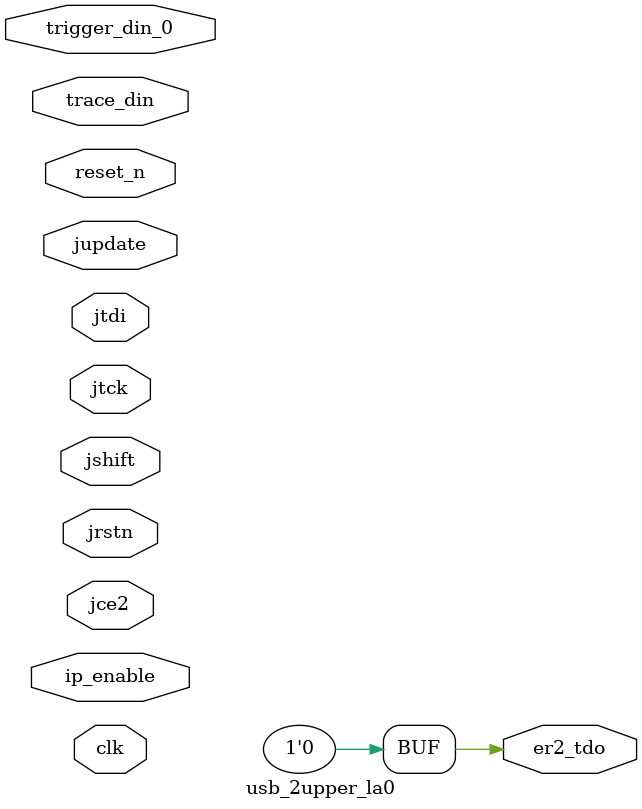
<source format=v>

/* WARNING - Changes to this file should be performed by re-running IPexpress
or modifying the .LPC file and regenerating the core.  Other changes may lead
to inconsistent simulation and/or implemenation results */

module usb_2upper_la0 (
    clk,
    reset_n,
    jtck,
    jrstn,
    jce2,
    jtdi,
    er2_tdo,
    jshift,
    jupdate,
    trigger_din_0,
    trace_din,
    ip_enable
);

// PARAMETERS DEFINED BY USER
localparam NUM_TRACE_SIGNALS   = 18;
localparam NUM_TRIGGER_SIGNALS = 1;
localparam INCLUDE_TRIG_DATA   = 0;
localparam NUM_TU_BITS_0       = 1;

input  clk;
input  reset_n;
input  jtck;
input  jrstn;
input  jce2;
input  jtdi;
output er2_tdo;
input  jshift;
input  jupdate;
input  [NUM_TU_BITS_0 -1:0] trigger_din_0;
input  [NUM_TRACE_SIGNALS + (NUM_TRIGGER_SIGNALS * INCLUDE_TRIG_DATA) -1:0] trace_din;
input  ip_enable;

assign er2_tdo = 1'b0;

endmodule

</source>
